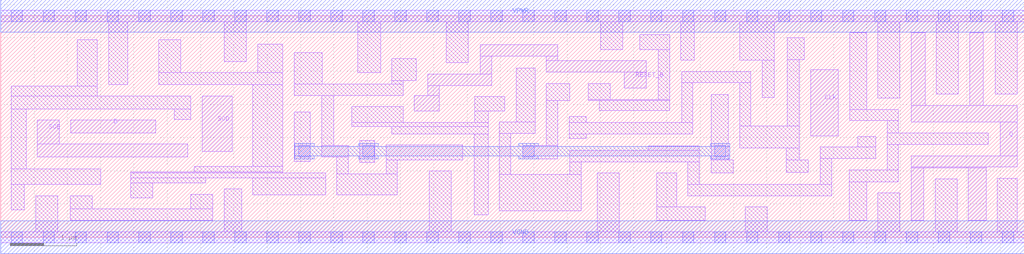
<source format=lef>
# Copyright 2020 The SkyWater PDK Authors
#
# Licensed under the Apache License, Version 2.0 (the "License");
# you may not use this file except in compliance with the License.
# You may obtain a copy of the License at
#
#     https://www.apache.org/licenses/LICENSE-2.0
#
# Unless required by applicable law or agreed to in writing, software
# distributed under the License is distributed on an "AS IS" BASIS,
# WITHOUT WARRANTIES OR CONDITIONS OF ANY KIND, either express or implied.
# See the License for the specific language governing permissions and
# limitations under the License.
#
# SPDX-License-Identifier: Apache-2.0

VERSION 5.7 ;
  NOWIREEXTENSIONATPIN ON ;
  DIVIDERCHAR "/" ;
  BUSBITCHARS "[]" ;
UNITS
  DATABASE MICRONS 200 ;
END UNITS
MACRO sky130_fd_sc_lp__sdfrtp_4
  CLASS CORE ;
  FOREIGN sky130_fd_sc_lp__sdfrtp_4 ;
  ORIGIN  0.000000  0.000000 ;
  SIZE  15.36000 BY  3.330000 ;
  SYMMETRY X Y R90 ;
  SITE unit ;
  PIN D
    ANTENNAGATEAREA  0.159000 ;
    DIRECTION INPUT ;
    USE SIGNAL ;
    PORT
      LAYER li1 ;
        RECT 1.050000 1.570000 2.325000 1.760000 ;
    END
  END D
  PIN Q
    ANTENNADIFFAREA  1.209600 ;
    DIRECTION OUTPUT ;
    USE SIGNAL ;
    PORT
      LAYER li1 ;
        RECT 13.665000 0.255000 13.855000 1.045000 ;
        RECT 13.665000 1.045000 14.790000 1.055000 ;
        RECT 13.665000 1.055000 15.260000 1.225000 ;
        RECT 13.665000 1.735000 15.260000 1.985000 ;
        RECT 13.665000 1.985000 13.875000 3.075000 ;
        RECT 14.525000 0.255000 14.790000 1.045000 ;
        RECT 14.545000 1.985000 14.745000 3.075000 ;
        RECT 15.000000 1.225000 15.260000 1.735000 ;
    END
  END Q
  PIN RESET_B
    ANTENNAGATEAREA  0.411000 ;
    DIRECTION INPUT ;
    USE SIGNAL ;
    PORT
      LAYER li1 ;
        RECT 6.210000 1.895000 6.580000 2.130000 ;
        RECT 6.410000 2.130000 6.580000 2.285000 ;
        RECT 6.410000 2.285000 7.370000 2.455000 ;
        RECT 7.200000 2.455000 7.370000 2.725000 ;
        RECT 7.200000 2.725000 8.360000 2.895000 ;
        RECT 8.190000 2.485000 9.690000 2.655000 ;
        RECT 8.190000 2.655000 8.360000 2.725000 ;
        RECT 9.360000 2.245000 9.690000 2.485000 ;
    END
  END RESET_B
  PIN SCD
    ANTENNAGATEAREA  0.159000 ;
    DIRECTION INPUT ;
    USE SIGNAL ;
    PORT
      LAYER li1 ;
        RECT 3.025000 1.290000 3.475000 2.125000 ;
    END
  END SCD
  PIN SCE
    ANTENNAGATEAREA  0.318000 ;
    DIRECTION INPUT ;
    USE SIGNAL ;
    PORT
      LAYER li1 ;
        RECT 0.550000 1.205000 2.805000 1.400000 ;
        RECT 0.550000 1.400000 0.880000 1.760000 ;
    END
  END SCE
  PIN CLK
    ANTENNAGATEAREA  0.315000 ;
    DIRECTION INPUT ;
    USE CLOCK ;
    PORT
      LAYER li1 ;
        RECT 12.155000 1.525000 12.570000 2.525000 ;
    END
  END CLK
  PIN VGND
    DIRECTION INOUT ;
    USE GROUND ;
    PORT
      LAYER met1 ;
        RECT 0.000000 -0.245000 15.360000 0.245000 ;
    END
  END VGND
  PIN VPWR
    DIRECTION INOUT ;
    USE POWER ;
    PORT
      LAYER met1 ;
        RECT 0.000000 3.085000 15.360000 3.575000 ;
    END
  END VPWR
  OBS
    LAYER li1 ;
      RECT  0.000000 -0.085000 15.360000 0.085000 ;
      RECT  0.000000  3.245000 15.360000 3.415000 ;
      RECT  0.155000  0.415000  0.355000 0.795000 ;
      RECT  0.155000  0.795000  1.500000 1.030000 ;
      RECT  0.155000  1.030000  0.380000 1.930000 ;
      RECT  0.155000  1.930000  2.855000 2.125000 ;
      RECT  0.155000  2.125000  1.450000 2.275000 ;
      RECT  0.525000  0.085000  0.855000 0.625000 ;
      RECT  1.045000  0.255000  3.185000 0.425000 ;
      RECT  1.045000  0.425000  1.375000 0.625000 ;
      RECT  1.150000  2.275000  1.450000 2.975000 ;
      RECT  1.620000  2.295000  1.910000 3.245000 ;
      RECT  1.950000  0.595000  2.280000 0.815000 ;
      RECT  1.950000  0.815000  3.075000 0.895000 ;
      RECT  1.950000  0.895000  4.875000 0.970000 ;
      RECT  1.950000  0.970000  4.235000 0.985000 ;
      RECT  2.370000  2.295000  4.235000 2.475000 ;
      RECT  2.370000  2.475000  2.700000 2.975000 ;
      RECT  2.605000  1.770000  2.855000 1.930000 ;
      RECT  2.855000  0.425000  3.185000 0.645000 ;
      RECT  2.905000  0.985000  4.235000 1.065000 ;
      RECT  3.355000  0.085000  3.615000 0.725000 ;
      RECT  3.355000  2.645000  3.685000 3.245000 ;
      RECT  3.780000  1.065000  4.235000 2.295000 ;
      RECT  3.785000  0.640000  4.875000 0.895000 ;
      RECT  3.855000  2.475000  4.235000 2.905000 ;
      RECT  4.405000  1.140000  4.645000 1.880000 ;
      RECT  4.405000  2.135000  6.040000 2.305000 ;
      RECT  4.405000  2.305000  4.825000 2.775000 ;
      RECT  4.815000  1.210000  5.215000 1.380000 ;
      RECT  4.815000  1.380000  4.995000 2.135000 ;
      RECT  5.045000  0.640000  5.955000 0.955000 ;
      RECT  5.045000  0.955000  5.215000 1.210000 ;
      RECT  5.265000  1.665000  7.315000 1.725000 ;
      RECT  5.265000  1.725000  6.040000 1.965000 ;
      RECT  5.360000  2.475000  5.700000 3.245000 ;
      RECT  5.385000  1.125000  5.615000 1.455000 ;
      RECT  5.785000  0.955000  5.955000 1.165000 ;
      RECT  5.785000  1.165000  6.935000 1.385000 ;
      RECT  5.870000  1.555000  7.315000 1.665000 ;
      RECT  5.870000  2.305000  6.040000 2.360000 ;
      RECT  5.870000  2.360000  6.240000 2.690000 ;
      RECT  6.435000  0.085000  6.765000 0.995000 ;
      RECT  6.690000  2.625000  7.020000 3.245000 ;
      RECT  7.105000  0.335000  7.315000 1.555000 ;
      RECT  7.115000  1.725000  7.315000 1.900000 ;
      RECT  7.115000  1.900000  7.565000 2.115000 ;
      RECT  7.485000  0.395000  8.710000 0.945000 ;
      RECT  7.485000  0.945000  7.655000 1.560000 ;
      RECT  7.485000  1.560000  8.020000 1.730000 ;
      RECT  7.735000  1.730000  8.020000 2.545000 ;
      RECT  7.835000  1.175000  8.360000 1.380000 ;
      RECT  8.190000  1.380000  8.360000 2.055000 ;
      RECT  8.190000  2.055000  8.540000 2.315000 ;
      RECT  8.530000  1.485000  8.790000 1.555000 ;
      RECT  8.530000  1.555000 10.390000 1.725000 ;
      RECT  8.530000  1.725000  8.790000 1.815000 ;
      RECT  8.540000  0.945000  8.710000 1.135000 ;
      RECT  8.540000  1.135000 10.485000 1.305000 ;
      RECT  8.820000  2.055000 10.040000 2.075000 ;
      RECT  8.820000  2.075000  9.150000 2.315000 ;
      RECT  8.955000  0.085000  9.285000 0.965000 ;
      RECT  8.980000  1.905000 10.040000 2.055000 ;
      RECT  9.005000  2.825000  9.335000 3.245000 ;
      RECT  9.595000  2.825000 10.040000 3.045000 ;
      RECT  9.720000  1.305000 10.485000 1.375000 ;
      RECT  9.845000  0.255000 10.575000 0.455000 ;
      RECT  9.845000  0.455000 10.145000 0.965000 ;
      RECT  9.870000  2.075000 10.040000 2.825000 ;
      RECT 10.210000  2.665000 10.410000 3.245000 ;
      RECT 10.220000  1.725000 10.390000 2.325000 ;
      RECT 10.220000  2.325000 11.260000 2.495000 ;
      RECT 10.315000  0.625000 12.470000 0.795000 ;
      RECT 10.315000  0.795000 10.485000 1.135000 ;
      RECT 10.665000  0.965000 10.995000 1.165000 ;
      RECT 10.665000  1.165000 10.920000 2.145000 ;
      RECT 11.090000  1.345000 11.985000 1.675000 ;
      RECT 11.090000  1.675000 11.260000 2.325000 ;
      RECT 11.095000  2.665000 11.610000 3.245000 ;
      RECT 11.175000  0.085000 11.505000 0.455000 ;
      RECT 11.430000  2.105000 11.610000 2.665000 ;
      RECT 11.790000  0.975000 12.120000 1.165000 ;
      RECT 11.790000  1.165000 11.985000 1.345000 ;
      RECT 11.805000  1.675000 11.985000 2.670000 ;
      RECT 11.805000  2.670000 12.060000 3.000000 ;
      RECT 12.300000  0.795000 12.470000 1.185000 ;
      RECT 12.300000  1.185000 13.135000 1.355000 ;
      RECT 12.735000  0.255000 12.995000 0.835000 ;
      RECT 12.735000  0.835000 13.475000 1.015000 ;
      RECT 12.740000  1.755000 13.475000 1.925000 ;
      RECT 12.740000  1.925000 12.995000 3.075000 ;
      RECT 12.860000  1.355000 13.135000 1.515000 ;
      RECT 13.165000  0.085000 13.495000 0.665000 ;
      RECT 13.165000  2.095000 13.495000 3.245000 ;
      RECT 13.305000  1.015000 13.475000 1.395000 ;
      RECT 13.305000  1.395000 14.820000 1.565000 ;
      RECT 13.305000  1.565000 13.475000 1.755000 ;
      RECT 14.025000  0.085000 14.355000 0.875000 ;
      RECT 14.045000  2.155000 14.375000 3.245000 ;
      RECT 14.925000  2.155000 15.255000 3.245000 ;
      RECT 14.960000  0.085000 15.255000 0.885000 ;
    LAYER mcon ;
      RECT  0.155000 -0.085000  0.325000 0.085000 ;
      RECT  0.155000  3.245000  0.325000 3.415000 ;
      RECT  0.635000 -0.085000  0.805000 0.085000 ;
      RECT  0.635000  3.245000  0.805000 3.415000 ;
      RECT  1.115000 -0.085000  1.285000 0.085000 ;
      RECT  1.115000  3.245000  1.285000 3.415000 ;
      RECT  1.595000 -0.085000  1.765000 0.085000 ;
      RECT  1.595000  3.245000  1.765000 3.415000 ;
      RECT  2.075000 -0.085000  2.245000 0.085000 ;
      RECT  2.075000  3.245000  2.245000 3.415000 ;
      RECT  2.555000 -0.085000  2.725000 0.085000 ;
      RECT  2.555000  3.245000  2.725000 3.415000 ;
      RECT  3.035000 -0.085000  3.205000 0.085000 ;
      RECT  3.035000  3.245000  3.205000 3.415000 ;
      RECT  3.515000 -0.085000  3.685000 0.085000 ;
      RECT  3.515000  3.245000  3.685000 3.415000 ;
      RECT  3.995000 -0.085000  4.165000 0.085000 ;
      RECT  3.995000  3.245000  4.165000 3.415000 ;
      RECT  4.475000 -0.085000  4.645000 0.085000 ;
      RECT  4.475000  1.210000  4.645000 1.380000 ;
      RECT  4.475000  3.245000  4.645000 3.415000 ;
      RECT  4.955000 -0.085000  5.125000 0.085000 ;
      RECT  4.955000  3.245000  5.125000 3.415000 ;
      RECT  5.435000 -0.085000  5.605000 0.085000 ;
      RECT  5.435000  1.210000  5.605000 1.380000 ;
      RECT  5.435000  3.245000  5.605000 3.415000 ;
      RECT  5.915000 -0.085000  6.085000 0.085000 ;
      RECT  5.915000  3.245000  6.085000 3.415000 ;
      RECT  6.395000 -0.085000  6.565000 0.085000 ;
      RECT  6.395000  3.245000  6.565000 3.415000 ;
      RECT  6.875000 -0.085000  7.045000 0.085000 ;
      RECT  6.875000  3.245000  7.045000 3.415000 ;
      RECT  7.355000 -0.085000  7.525000 0.085000 ;
      RECT  7.355000  3.245000  7.525000 3.415000 ;
      RECT  7.835000 -0.085000  8.005000 0.085000 ;
      RECT  7.835000  1.210000  8.005000 1.380000 ;
      RECT  7.835000  3.245000  8.005000 3.415000 ;
      RECT  8.315000 -0.085000  8.485000 0.085000 ;
      RECT  8.315000  3.245000  8.485000 3.415000 ;
      RECT  8.795000 -0.085000  8.965000 0.085000 ;
      RECT  8.795000  3.245000  8.965000 3.415000 ;
      RECT  9.275000 -0.085000  9.445000 0.085000 ;
      RECT  9.275000  3.245000  9.445000 3.415000 ;
      RECT  9.755000 -0.085000  9.925000 0.085000 ;
      RECT  9.755000  3.245000  9.925000 3.415000 ;
      RECT 10.235000 -0.085000 10.405000 0.085000 ;
      RECT 10.235000  3.245000 10.405000 3.415000 ;
      RECT 10.715000 -0.085000 10.885000 0.085000 ;
      RECT 10.715000  1.210000 10.885000 1.380000 ;
      RECT 10.715000  3.245000 10.885000 3.415000 ;
      RECT 11.195000 -0.085000 11.365000 0.085000 ;
      RECT 11.195000  3.245000 11.365000 3.415000 ;
      RECT 11.675000 -0.085000 11.845000 0.085000 ;
      RECT 11.675000  3.245000 11.845000 3.415000 ;
      RECT 12.155000 -0.085000 12.325000 0.085000 ;
      RECT 12.155000  3.245000 12.325000 3.415000 ;
      RECT 12.635000 -0.085000 12.805000 0.085000 ;
      RECT 12.635000  3.245000 12.805000 3.415000 ;
      RECT 13.115000 -0.085000 13.285000 0.085000 ;
      RECT 13.115000  3.245000 13.285000 3.415000 ;
      RECT 13.595000 -0.085000 13.765000 0.085000 ;
      RECT 13.595000  3.245000 13.765000 3.415000 ;
      RECT 14.075000 -0.085000 14.245000 0.085000 ;
      RECT 14.075000  3.245000 14.245000 3.415000 ;
      RECT 14.555000 -0.085000 14.725000 0.085000 ;
      RECT 14.555000  3.245000 14.725000 3.415000 ;
      RECT 15.035000 -0.085000 15.205000 0.085000 ;
      RECT 15.035000  3.245000 15.205000 3.415000 ;
    LAYER met1 ;
      RECT  4.415000 1.180000  4.705000 1.225000 ;
      RECT  4.415000 1.225000 10.945000 1.365000 ;
      RECT  4.415000 1.365000  4.705000 1.410000 ;
      RECT  5.375000 1.180000  5.665000 1.225000 ;
      RECT  5.375000 1.365000  5.665000 1.410000 ;
      RECT  7.775000 1.180000  8.065000 1.225000 ;
      RECT  7.775000 1.365000  8.065000 1.410000 ;
      RECT 10.655000 1.180000 10.945000 1.225000 ;
      RECT 10.655000 1.365000 10.945000 1.410000 ;
  END
END sky130_fd_sc_lp__sdfrtp_4
END LIBRARY

</source>
